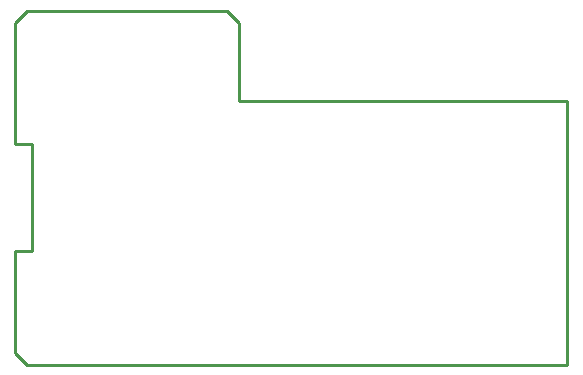
<source format=gm1>
G04 #@! TF.GenerationSoftware,KiCad,Pcbnew,(6.0.0-rc1-387-g70841c6393)*
G04 #@! TF.CreationDate,2022-03-02T22:10:33+08:00*
G04 #@! TF.ProjectId,uw-rs485_hat,75772d72-7334-4383-955f-6861742e6b69,rev?*
G04 #@! TF.SameCoordinates,Original*
G04 #@! TF.FileFunction,Profile,NP*
%FSLAX46Y46*%
G04 Gerber Fmt 4.6, Leading zero omitted, Abs format (unit mm)*
G04 Created by KiCad (PCBNEW (6.0.0-rc1-387-g70841c6393)) date 2022-03-02 22:10:33*
%MOMM*%
%LPD*%
G01*
G04 APERTURE LIST*
G04 #@! TA.AperFunction,Profile*
%ADD10C,0.254000*%
G04 #@! TD*
G04 APERTURE END LIST*
D10*
X26797000Y-142240000D02*
X28194000Y-142240000D01*
X26797000Y-122936000D02*
X26797000Y-133223000D01*
X27813000Y-121920000D02*
X26797000Y-122936000D01*
X26797000Y-150876000D02*
X27813000Y-151892000D01*
X26797000Y-150876000D02*
X26797000Y-142240000D01*
X44704000Y-121920000D02*
X27813000Y-121920000D01*
X73533000Y-151892000D02*
X73533000Y-129540000D01*
X45720000Y-129540000D02*
X45720000Y-122936000D01*
X45720000Y-129540000D02*
X73533000Y-129540000D01*
X44704000Y-121920000D02*
X45720000Y-122936000D01*
X28194000Y-133223000D02*
X26797000Y-133223000D01*
X27813000Y-151892000D02*
X73533000Y-151892000D01*
X28194000Y-142240000D02*
X28194000Y-133223000D01*
M02*

</source>
